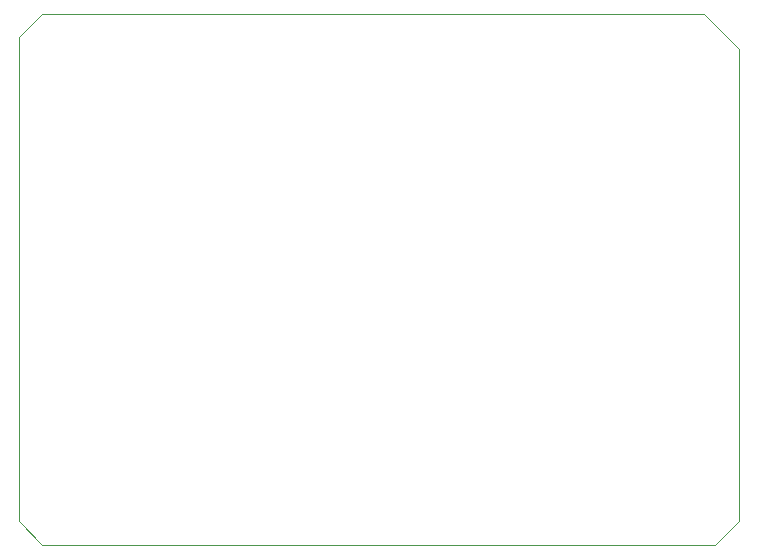
<source format=gbr>
%TF.GenerationSoftware,KiCad,Pcbnew,(5.0.0)*%
%TF.CreationDate,2021-11-23T11:21:32+01:00*%
%TF.ProjectId,PlacaSlave3AGesinen,506C616361536C617665334147657369,rev?*%
%TF.SameCoordinates,Original*%
%TF.FileFunction,Profile,NP*%
%FSLAX46Y46*%
G04 Gerber Fmt 4.6, Leading zero omitted, Abs format (unit mm)*
G04 Created by KiCad (PCBNEW (5.0.0)) date 11/23/21 11:21:32*
%MOMM*%
%LPD*%
G01*
G04 APERTURE LIST*
%ADD10C,0.100000*%
G04 APERTURE END LIST*
D10*
X115000000Y-123000000D02*
X129000000Y-123000000D01*
X113000000Y-121000000D02*
X115000000Y-123000000D01*
X113000000Y-80000000D02*
X113000000Y-121000000D01*
X115000000Y-78000000D02*
X113000000Y-80000000D01*
X171000000Y-78000000D02*
X115000000Y-78000000D01*
X174000000Y-81000000D02*
X171000000Y-78000000D01*
X174000000Y-121000000D02*
X174000000Y-81000000D01*
X172000000Y-123000000D02*
X174000000Y-121000000D01*
X129000000Y-123000000D02*
X172000000Y-123000000D01*
M02*

</source>
